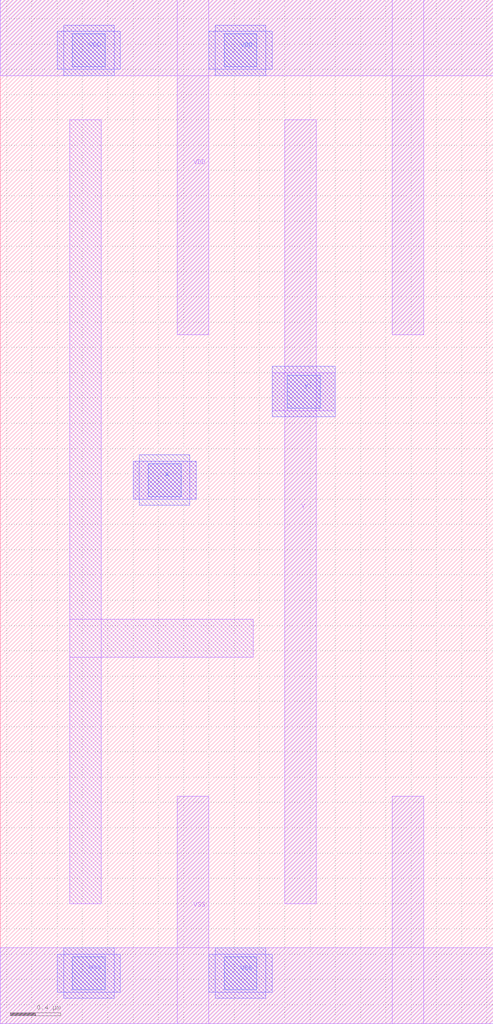
<source format=lef>
# Copyright 2022 Google LLC
# Licensed under the Apache License, Version 2.0 (the "License");
# you may not use this file except in compliance with the License.
# You may obtain a copy of the License at
#
#      http://www.apache.org/licenses/LICENSE-2.0
#
# Unless required by applicable law or agreed to in writing, software
# distributed under the License is distributed on an "AS IS" BASIS,
# WITHOUT WARRANTIES OR CONDITIONS OF ANY KIND, either express or implied.
# See the License for the specific language governing permissions and
# limitations under the License.
VERSION 5.7 ;
BUSBITCHARS "[]" ;
DIVIDERCHAR "/" ;

MACRO gf180mcu_osu_sc_12T_buf_2
  CLASS CORE ;
  ORIGIN 0.85 0.15 ;
  FOREIGN gf180mcu_osu_sc_12T_buf_2 -0.85 -0.15 ;
  SIZE 3.9 BY 8.1 ;
  SYMMETRY X Y ;
  SITE 12T ;
  PIN A
    DIRECTION INPUT ;
    USE SIGNAL ;
    PORT
      LAYER MET1 ;
        RECT 0.2 4 0.7 4.3 ;
      LAYER MET2 ;
        RECT 0.2 4 0.7 4.3 ;
        RECT 0.25 3.95 0.65 4.35 ;
      LAYER VIA12 ;
        RECT 0.32 4.02 0.58 4.28 ;
    END
  END A
  PIN VDD
    DIRECTION INOUT ;
    USE POWER ;
    SHAPE ABUTMENT ;
    PORT
      LAYER MET1 ;
        RECT -0.85 7.35 3.05 7.95 ;
        RECT 2.25 5.3 2.5 7.95 ;
        RECT 0.55 5.3 0.8 7.95 ;
      LAYER MET2 ;
        RECT 0.8 7.4 1.3 7.7 ;
        RECT 0.85 7.35 1.25 7.75 ;
        RECT -0.4 7.4 0.1 7.7 ;
        RECT -0.35 7.35 0.05 7.75 ;
      LAYER VIA12 ;
        RECT -0.28 7.42 -0.02 7.68 ;
        RECT 0.92 7.42 1.18 7.68 ;
    END
  END VDD
  PIN VSS
    DIRECTION INOUT ;
    USE GROUND ;
    PORT
      LAYER MET1 ;
        RECT -0.85 -0.15 3.05 0.45 ;
        RECT 2.25 -0.15 2.5 1.65 ;
        RECT 0.55 -0.15 0.8 1.65 ;
      LAYER MET2 ;
        RECT 0.8 0.1 1.3 0.4 ;
        RECT 0.85 0.05 1.25 0.45 ;
        RECT -0.4 0.1 0.1 0.4 ;
        RECT -0.35 0.05 0.05 0.45 ;
      LAYER VIA12 ;
        RECT -0.28 0.12 -0.02 0.38 ;
        RECT 0.92 0.12 1.18 0.38 ;
    END
  END VSS
  PIN Y
    DIRECTION OUTPUT ;
    USE SIGNAL ;
    PORT
      LAYER MET1 ;
        RECT 1.3 4.7 1.8 5 ;
        RECT 1.4 0.8 1.65 7 ;
      LAYER MET2 ;
        RECT 1.3 4.65 1.8 5.05 ;
      LAYER VIA12 ;
        RECT 1.42 4.72 1.68 4.98 ;
    END
  END Y
  OBS
    LAYER MET1 ;
      RECT -0.3 0.8 -0.05 7 ;
      RECT -0.3 2.75 1.15 3.05 ;
  END
END gf180mcu_osu_sc_12T_buf_2

</source>
